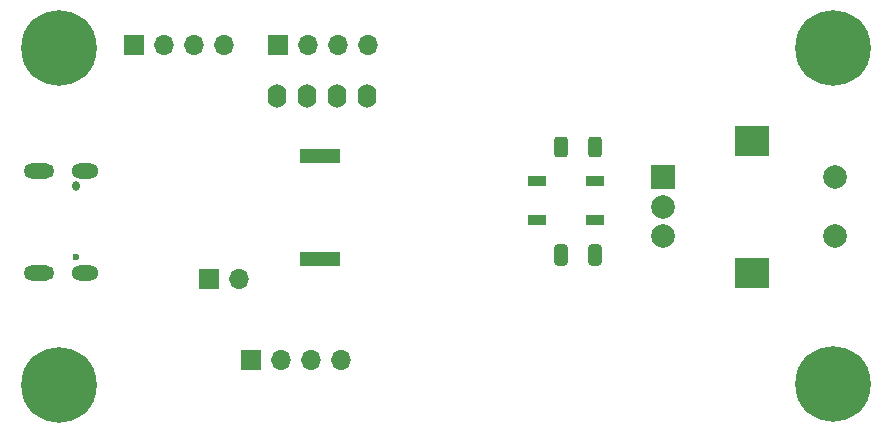
<source format=gbr>
%TF.GenerationSoftware,KiCad,Pcbnew,7.0.9-7.0.9~ubuntu22.04.1*%
%TF.CreationDate,2023-12-10T21:51:41+01:00*%
%TF.ProjectId,cat_scale,6361745f-7363-4616-9c65-2e6b69636164,rev?*%
%TF.SameCoordinates,Original*%
%TF.FileFunction,Soldermask,Top*%
%TF.FilePolarity,Negative*%
%FSLAX46Y46*%
G04 Gerber Fmt 4.6, Leading zero omitted, Abs format (unit mm)*
G04 Created by KiCad (PCBNEW 7.0.9-7.0.9~ubuntu22.04.1) date 2023-12-10 21:51:41*
%MOMM*%
%LPD*%
G01*
G04 APERTURE LIST*
G04 Aperture macros list*
%AMRoundRect*
0 Rectangle with rounded corners*
0 $1 Rounding radius*
0 $2 $3 $4 $5 $6 $7 $8 $9 X,Y pos of 4 corners*
0 Add a 4 corners polygon primitive as box body*
4,1,4,$2,$3,$4,$5,$6,$7,$8,$9,$2,$3,0*
0 Add four circle primitives for the rounded corners*
1,1,$1+$1,$2,$3*
1,1,$1+$1,$4,$5*
1,1,$1+$1,$6,$7*
1,1,$1+$1,$8,$9*
0 Add four rect primitives between the rounded corners*
20,1,$1+$1,$2,$3,$4,$5,0*
20,1,$1+$1,$4,$5,$6,$7,0*
20,1,$1+$1,$6,$7,$8,$9,0*
20,1,$1+$1,$8,$9,$2,$3,0*%
G04 Aperture macros list end*
%ADD10C,6.400000*%
%ADD11O,1.600000X2.000000*%
%ADD12R,3.400000X1.300000*%
%ADD13RoundRect,0.250000X0.312500X0.625000X-0.312500X0.625000X-0.312500X-0.625000X0.312500X-0.625000X0*%
%ADD14R,1.500000X0.900000*%
%ADD15R,2.000000X2.000000*%
%ADD16C,2.000000*%
%ADD17R,3.000000X2.500000*%
%ADD18RoundRect,0.250000X-0.325000X-0.650000X0.325000X-0.650000X0.325000X0.650000X-0.325000X0.650000X0*%
%ADD19R,1.700000X1.700000*%
%ADD20O,1.700000X1.700000*%
%ADD21C,0.600000*%
%ADD22O,0.600000X0.850000*%
%ADD23O,2.600000X1.300000*%
%ADD24O,2.300000X1.300000*%
G04 APERTURE END LIST*
D10*
%TO.C,H2*%
X192000000Y-108000000D03*
%TD*%
D11*
%TO.C,J5*%
X144924000Y-83554000D03*
X147464000Y-83554000D03*
X150004000Y-83554000D03*
X152544000Y-83554000D03*
%TD*%
D10*
%TO.C,H3*%
X126500000Y-79500000D03*
%TD*%
D12*
%TO.C,BZ1*%
X148590000Y-97346000D03*
X148590000Y-88646000D03*
%TD*%
D13*
%TO.C,R10*%
X171896500Y-87884000D03*
X168971500Y-87884000D03*
%TD*%
D14*
%TO.C,D3*%
X166968000Y-90806000D03*
X166968000Y-94106000D03*
X171868000Y-94106000D03*
X171868000Y-90806000D03*
%TD*%
D10*
%TO.C,H1*%
X192000000Y-79500000D03*
%TD*%
D15*
%TO.C,SW3*%
X177662000Y-90464000D03*
D16*
X177662000Y-95464000D03*
X177662000Y-92964000D03*
D17*
X185162000Y-87364000D03*
X185162000Y-98564000D03*
D16*
X192162000Y-90464000D03*
X192162000Y-95464000D03*
%TD*%
D18*
%TO.C,C11*%
X168959000Y-97028000D03*
X171909000Y-97028000D03*
%TD*%
D10*
%TO.C,H4*%
X126508000Y-108042000D03*
%TD*%
D19*
%TO.C,J4*%
X142758000Y-105943000D03*
D20*
X145298000Y-105943000D03*
X147838000Y-105943000D03*
X150378000Y-105943000D03*
%TD*%
D19*
%TO.C,J3*%
X145034000Y-79248000D03*
D20*
X147574000Y-79248000D03*
X150114000Y-79248000D03*
X152654000Y-79248000D03*
%TD*%
D19*
%TO.C,J6*%
X139187000Y-99060000D03*
D20*
X141727000Y-99060000D03*
%TD*%
D21*
%TO.C,J1*%
X127934000Y-97234000D03*
D22*
X127934000Y-91234000D03*
D23*
X124834000Y-98554000D03*
D24*
X128659000Y-98554000D03*
D23*
X124834000Y-89914000D03*
D24*
X128659000Y-89914000D03*
%TD*%
D19*
%TO.C,J2*%
X132852000Y-79248000D03*
D20*
X135392000Y-79248000D03*
X137932000Y-79248000D03*
X140472000Y-79248000D03*
%TD*%
M02*

</source>
